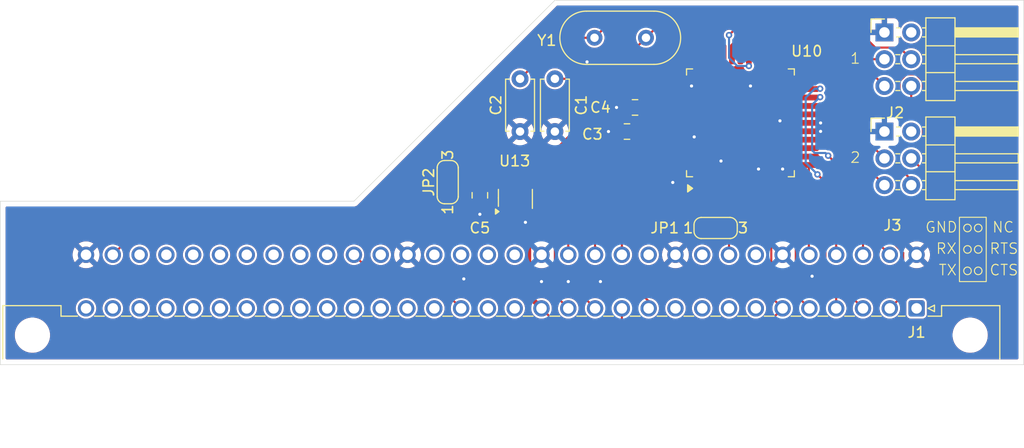
<source format=kicad_pcb>
(kicad_pcb (version 20241229) (generator "pcbnew") (generator_version "9.0")
  (layers (0 "F.Cu" signal) (2 "B.Cu" signal) (13 "F.Paste" user) (15 "B.Paste" user) (5 "F.SilkS" user "F.Silkscreen") (7 "B.SilkS" user "B.Silkscreen") (1 "F.Mask" user) (3 "B.Mask" user) (25 "Edge.Cuts" user))
  (net 0 "")
  (net 2 "GND")
  (net 5 "/~{IO_SEL_BUS}")
  (net 7 "/DB4")
  (net 8 "/DB1")
  (net 9 "VCC")
  (net 10 "/RES")
  (net 11 "/PLD_O8")
  (net 12 "/~{IOEN_01}")
  (net 13 "/DB6")
  (net 16 "/~{IO_WR}")
  (net 17 "/~{IOEN_06}")
  (net 18 "/PLD_O9")
  (net 19 "/AB0")
  (net 20 "/~{IOEN_07}")
  (net 22 "/DB5")
  (net 23 "/DB3")
  (net 24 "/CLOCK")
  (net 26 "/AB2")
  (net 27 "/DB0")
  (net 28 "/~{RES}")
  (net 29 "/~{IO_RD}")
  (net 30 "/~{NMI}")
  (net 31 "/~{IOEN_04}")
  (net 32 "/DB7")
  (net 33 "/AB4")
  (net 36 "/AB3")
  (net 37 "/PLD_I1")
  (net 39 "/PLD_O7")
  (net 41 "/AB1")
  (net 42 "/~{IOEN_02_UART}")
  (net 43 "/SYNC")
  (net 45 "/~{IOEN_00_GPIO0}")
  (net 48 "/~{IOEN_03}")
  (net 49 "/~{IRQ}")
  (net 50 "/~{IOEN_05}")
  (net 51 "/DB2")
  (net 54 "/RDY")
  (net 55 "/UART_IP5")
  (net 56 "/UART_OP2")
  (net 57 "/UART_OP6")
  (net 58 "/UART_OP7")
  (net 59 "/UART_OP3")
  (net 60 "/UART_X2")
  (net 61 "/TX_D2")
  (net 62 "/UART_OP5")
  (net 64 "/UART_IP6")
  (net 65 "/UART_IP3")
  (net 66 "/UART_X1")
  (net 67 "/UART_OP4")
  (net 68 "/RX_D2")
  (net 69 "/RX_D1")
  (net 70 "/TX_D1")
  (net 71 "/UART_IP2")
  (net 72 "/UART_IP4")
  (net 73 "Net-(JP1-C)")
  (net 78 "/RTS_D1")
  (net 79 "/CTS_D2")
  (net 80 "/RTS_D2")
  (net 81 "/CTS_D1")
  (net 83 "Net-(JP2-A)")
  (net 84 "Net-(JP2-C)")
  (footprint "Jumper:SolderJumper-3_P1.3mm_Open_RoundedPad1.0x1.5mm_NumberLabels" (layer "F.Cu") (at 82.55 94.712 90)
    (property "Reference" "JP2" (at 0 -1.8 90) (layer "F.SilkS"))
    (property "Value" "SolderJumper_3_Open" (hide yes))
    (fp_text user "1" (at -2.6 0 90) (layer "F.SilkS"))
    (fp_text user "3" (at 2.6 0 90) (layer "F.SilkS"))
    (pad "1" smd custom (at -1.3 0 90) (size 1 0.5) (layers "F.Cu" "F.Mask") (net 83 "Net-(JP2-A)") (options (clearance outline) (anchor rect)) (primitives (gr_circle (center 0 0.25) (end 0.5 0.25) (width 0) (fill yes)) (gr_circle (center 0 -0.25) (end 0.5 -0.25) (width 0) (fill yes)) (gr_poly (pts (xy 0.55 0.75) (xy 0 0.75) (xy 0 -0.75) (xy 0.55 -0.75)) (width 0) (fill yes))))
    (pad "2" smd rect (at 0 0 90) (size 1 1.5) (layers "F.Cu" "F.Mask") (net 84 "Net-(JP2-C)"))
    (pad "3" smd custom (at 1.3 0 90) (size 1 0.5) (layers "F.Cu" "F.Mask") (net 42 "/~{IOEN_02_UART}") (options (clearance outline) (anchor rect)) (primitives (gr_circle (center 0 0.25) (end 0.5 0.25) (width 0) (fill yes)) (gr_circle (center 0 -0.25) (end 0.5 -0.25) (width 0) (fill yes)) (gr_poly (pts (xy 0 0.75) (xy -0.55 0.75) (xy -0.55 -0.75) (xy 0 -0.75)) (width 0) (fill yes))))
  )
  (footprint "Package_TO_SOT_SMD:SOT-23-5_HandSoldering" (layer "F.Cu") (at 88.966 96.302 90)
    (property "Reference" "U13" (at 3.592 -0.066 180) (layer "F.SilkS"))
    (property "Value" "74AHC1G32" (hide yes))
    (pad "1" smd roundrect (at -1.35 -0.95 90) (size 1.56 0.65) (layers "F.Cu" "F.Mask" "F.Paste") (net 42 "/~{IOEN_02_UART}"))
    (pad "2" smd roundrect (at -1.35 0 90) (size 1.56 0.65) (layers "F.Cu" "F.Mask" "F.Paste") (net 33 "/AB4"))
    (pad "3" smd roundrect (at -1.35 0.95 90) (size 1.56 0.65) (layers "F.Cu" "F.Mask" "F.Paste") (net 2 "GND"))
    (pad "4" smd roundrect (at 1.35 0.95 90) (size 1.56 0.65) (layers "F.Cu" "F.Mask" "F.Paste") (net 83 "Net-(JP2-A)"))
    (pad "5" smd roundrect (at 1.35 -0.95 90) (size 1.56 0.65) (layers "F.Cu" "F.Mask" "F.Paste") (net 9 "VCC"))
  )
  (footprint "Jumper:SolderJumper-3_P1.3mm_Open_RoundedPad1.0x1.5mm_NumberLabels" (layer "F.Cu") (at 107.95 99.06)
    (property "Reference" "JP1" (at -4.826 0 0) (layer "F.SilkS"))
    (property "Value" "SolderJumper_3_Open")
    (fp_text user "3" (at 2.6 0 0) (layer "F.SilkS"))
    (fp_text user "1" (at -2.6 0 0) (layer "F.SilkS"))
    (pad "1" smd custom (at -1.3 0) (size 1 0.5) (layers "F.Cu" "F.Mask") (net 29 "/~{IO_RD}") (options (clearance outline) (anchor rect)) (primitives (gr_circle (center 0 0.25) (end 0.5 0.25) (width 0) (fill yes)) (gr_circle (center 0 -0.25) (end 0.5 -0.25) (width 0) (fill yes)) (gr_poly (pts (xy 0.55 0.75) (xy 0 0.75) (xy 0 -0.75) (xy 0.55 -0.75)) (width 0) (fill yes))))
    (pad "2" smd rect (at 0 0) (size 1 1.5) (layers "F.Cu" "F.Mask") (net 73 "Net-(JP1-C)"))
    (pad "3" smd custom (at 1.3 0) (size 1 0.5) (layers "F.Cu" "F.Mask") (net 39 "/PLD_O7") (options (clearance outline) (anchor rect)) (primitives (gr_circle (center 0 0.25) (end 0.5 0.25) (width 0) (fill yes)) (gr_circle (center 0 -0.25) (end 0.5 -0.25) (width 0) (fill yes)) (gr_poly (pts (xy 0 0.75) (xy -0.55 0.75) (xy -0.55 -0.75) (xy 0 -0.75)) (width 0) (fill yes))))
  )
  (footprint "Connector_PinHeader_2.54mm:PinHeader_2x03_P2.54mm_Horizontal" (layer "F.Cu") (at 123.952 80.518)
    (property "Reference" "J2" (at 1.016 7.62 0) (layer "F.SilkS"))
    (property "Value" "UART1")
    (pad "1" thru_hole rect (at 0 0) (size 1.7 1.7) (drill 1) (layers "*.Cu" "*.Mask") (net 2 "GND"))
    (pad "2" thru_hole circle (at 2.54 0) (size 1.7 1.7) (drill 1) (layers "*.Cu" "*.Mask"))
    (pad "3" thru_hole circle (at 0 2.54) (size 1.7 1.7) (drill 1) (layers "*.Cu" "*.Mask") (net 69 "/RX_D1"))
    (pad "4" thru_hole circle (at 2.54 2.54) (size 1.7 1.7) (drill 1) (layers "*.Cu" "*.Mask") (net 78 "/RTS_D1"))
    (pad "5" thru_hole circle (at 0 5.08) (size 1.7 1.7) (drill 1) (layers "*.Cu" "*.Mask") (net 70 "/TX_D1"))
    (pad "6" thru_hole circle (at 2.54 5.08) (size 1.7 1.7) (drill 1) (layers "*.Cu" "*.Mask") (net 81 "/CTS_D1"))
  )
  (footprint "Connector_PinHeader_2.54mm:PinHeader_2x03_P2.54mm_Horizontal" (layer "F.Cu") (at 123.952 89.916)
    (property "Reference" "J3" (at 0.762 8.89 0) (layer "F.SilkS"))
    (property "Value" "UART2")
    (pad "1" thru_hole rect (at 0 0) (size 1.7 1.7) (drill 1) (layers "*.Cu" "*.Mask") (net 2 "GND"))
    (pad "2" thru_hole circle (at 2.54 0) (size 1.7 1.7) (drill 1) (layers "*.Cu" "*.Mask"))
    (pad "3" thru_hole circle (at 0 2.54) (size 1.7 1.7) (drill 1) (layers "*.Cu" "*.Mask") (net 68 "/RX_D2"))
    (pad "4" thru_hole circle (at 2.54 2.54) (size 1.7 1.7) (drill 1) (layers "*.Cu" "*.Mask") (net 80 "/RTS_D2"))
    (pad "5" thru_hole circle (at 0 5.08) (size 1.7 1.7) (drill 1) (layers "*.Cu" "*.Mask") (net 61 "/TX_D2"))
    (pad "6" thru_hole circle (at 2.54 5.08) (size 1.7 1.7) (drill 1) (layers "*.Cu" "*.Mask") (net 79 "/CTS_D2"))
  )
  (footprint "Capacitor_THT:C_Disc_D4.7mm_W2.5mm_P5.00mm" (layer "F.Cu") (at 89.408 84.916 -90)
    (property "Reference" "C2" (at 2.5 2.286 90) (layer "F.SilkS"))
    (property "Value" "100nF")
    (pad "1" thru_hole circle (at 0 0 270) (size 1.6 1.6) (drill 0.8) (layers "*.Cu" "*.Mask") (net 66 "/UART_X1"))
    (pad "2" thru_hole circle (at 5 0 270) (size 1.6 1.6) (drill 0.8) (layers "*.Cu" "*.Mask") (net 2 "GND"))
  )
  (footprint "Crystal:Crystal_HC49-4H_Vertical" (layer "F.Cu") (at 96.466 81.026)
    (property "Reference" "Y1" (at -4.518 0.254 0) (layer "F.SilkS"))
    (property "Value" "Crystal 3.6864MHz")
    (pad "1" thru_hole circle (at 0 0) (size 1.5 1.5) (drill 0.8) (layers "*.Cu" "*.Mask") (net 66 "/UART_X1"))
    (pad "2" thru_hole circle (at 4.88 0) (size 1.5 1.5) (drill 0.8) (layers "*.Cu" "*.Mask") (net 60 "/UART_X2"))
  )
  (footprint "Capacitor_THT:C_Disc_D4.7mm_W2.5mm_P5.00mm" (layer "F.Cu") (at 92.71 84.916 -90)
    (property "Reference" "C1" (at 2.5 -2.5 90) (layer "F.SilkS"))
    (property "Value" "100nF")
    (pad "1" thru_hole circle (at 0 0 270) (size 1.6 1.6) (drill 0.8) (layers "*.Cu" "*.Mask") (net 60 "/UART_X2"))
    (pad "2" thru_hole circle (at 5 0 270) (size 1.6 1.6) (drill 0.8) (layers "*.Cu" "*.Mask") (net 2 "GND"))
  )
  (footprint "Connector_DIN:DIN41612_C_2x32_Male_Horizontal_THT" (layer "F.Cu") (at 127 106.68 180)
    (property "Reference" "J1" (at 0 -2.27 0) (layer "F.SilkS"))
    (property "Value" "DIN41612_02x32_AC")
    (pad "" np_thru_hole circle (at -5.08 -2.54 180) (size 2.85 2.85) (drill 2.85) (layers "*.Cu" "*.Mask"))
    (pad "" np_thru_hole circle (at 83.82 -2.54 180) (size 2.85 2.85) (drill 2.85) (layers "*.Cu" "*.Mask"))
    (pad "a1" thru_hole roundrect (at 0 0 180) (size 1.55 1.55) (drill 1) (layers "*.Cu" "*.Mask") (roundrect_rratio 0.16129))
    (pad "a2" thru_hole circle (at 2.54 0 180) (size 1.55 1.55) (drill 1) (layers "*.Cu" "*.Mask") (net 13 "/DB6"))
    (pad "a3" thru_hole circle (at 5.08 0 180) (size 1.55 1.55) (drill 1) (layers "*.Cu" "*.Mask") (net 7 "/DB4"))
    (pad "a4" thru_hole circle (at 7.62 0 180) (size 1.55 1.55) (drill 1) (layers "*.Cu" "*.Mask") (net 51 "/DB2"))
    (pad "a5" thru_hole circle (at 10.16 0 180) (size 1.55 1.55) (drill 1) (layers "*.Cu" "*.Mask") (net 27 "/DB0"))
    (pad "a6" thru_hole circle (at 12.7 0 180) (size 1.55 1.55) (drill 1) (layers "*.Cu" "*.Mask") (net 9 "VCC"))
    (pad "a7" thru_hole circle (at 15.24 0 180) (size 1.55 1.55) (drill 1) (layers "*.Cu" "*.Mask") (net 24 "/CLOCK"))
    (pad "a8" thru_hole circle (at 17.78 0 180) (size 1.55 1.55) (drill 1) (layers "*.Cu" "*.Mask") (net 11 "/PLD_O8"))
    (pad "a9" thru_hole circle (at 20.32 0 180) (size 1.55 1.55) (drill 1) (layers "*.Cu" "*.Mask"))
    (pad "a10" thru_hole circle (at 22.86 0 180) (size 1.55 1.55) (drill 1) (layers "*.Cu" "*.Mask"))
    (pad "a11" thru_hole circle (at 25.4 0 180) (size 1.55 1.55) (drill 1) (layers "*.Cu" "*.Mask") (net 16 "/~{IO_WR}"))
    (pad "a12" thru_hole circle (at 27.94 0 180) (size 1.55 1.55) (drill 1) (layers "*.Cu" "*.Mask") (net 33 "/AB4"))
    (pad "a13" thru_hole circle (at 30.48 0 180) (size 1.55 1.55) (drill 1) (layers "*.Cu" "*.Mask") (net 26 "/AB2"))
    (pad "a14" thru_hole circle (at 33.02 0 180) (size 1.55 1.55) (drill 1) (layers "*.Cu" "*.Mask") (net 19 "/AB0"))
    (pad "a15" thru_hole circle (at 35.56 0 180) (size 1.55 1.55) (drill 1) (layers "*.Cu" "*.Mask") (net 9 "VCC"))
    (pad "a16" thru_hole circle (at 38.1 0 180) (size 1.55 1.55) (drill 1) (layers "*.Cu" "*.Mask") (net 17 "/~{IOEN_06}"))
    (pad "a17" thru_hole circle (at 40.64 0 180) (size 1.55 1.55) (drill 1) (layers "*.Cu" "*.Mask") (net 31 "/~{IOEN_04}"))
    (pad "a18" thru_hole circle (at 43.18 0 180) (size 1.55 1.55) (drill 1) (layers "*.Cu" "*.Mask") (net 42 "/~{IOEN_02_UART}"))
    (pad "a19" thru_hole circle (at 45.72 0 180) (size 1.55 1.55) (drill 1) (layers "*.Cu" "*.Mask") (net 45 "/~{IOEN_00_GPIO0}"))
    (pad "a20" thru_hole circle (at 48.26 0 180) (size 1.55 1.55) (drill 1) (layers "*.Cu" "*.Mask"))
    (pad "a21" thru_hole circle (at 50.8 0 180) (size 1.55 1.55) (drill 1) (layers "*.Cu" "*.Mask") (net 30 "/~{NMI}"))
    (pad "a22" thru_hole circle (at 53.34 0 180) (size 1.55 1.55) (drill 1) (layers "*.Cu" "*.Mask") (net 54 "/RDY"))
    (pad "a23" thru_hole circle (at 55.88 0 180) (size 1.55 1.55) (drill 1) (layers "*.Cu" "*.Mask"))
    (pad "a24" thru_hole circle (at 58.42 0 180) (size 1.55 1.55) (drill 1) (layers "*.Cu" "*.Mask"))
    (pad "a25" thru_hole circle (at 60.96 0 180) (size 1.55 1.55) (drill 1) (layers "*.Cu" "*.Mask"))
    (pad "a26" thru_hole circle (at 63.5 0 180) (size 1.55 1.55) (drill 1) (layers "*.Cu" "*.Mask"))
    (pad "a27" thru_hole circle (at 66.04 0 180) (size 1.55 1.55) (drill 1) (layers "*.Cu" "*.Mask"))
    (pad "a28" thru_hole circle (at 68.58 0 180) (size 1.55 1.55) (drill 1) (layers "*.Cu" "*.Mask"))
    (pad "a29" thru_hole circle (at 71.12 0 180) (size 1.55 1.55) (drill 1) (layers "*.Cu" "*.Mask"))
    (pad "a30" thru_hole circle (at 73.66 0 180) (size 1.55 1.55) (drill 1) (layers "*.Cu" "*.Mask"))
    (pad "a31" thru_hole circle (at 76.2 0 180) (size 1.55 1.55) (drill 1) (layers "*.Cu" "*.Mask") (net 28 "/~{RES}"))
    (pad "a32" thru_hole circle (at 78.74 0 180) (size 1.55 1.55) (drill 1) (layers "*.Cu" "*.Mask"))
    (pad "c1" thru_hole circle (at 0 5.08 180) (size 1.55 1.55) (drill 1) (layers "*.Cu" "*.Mask") (net 2 "GND"))
    (pad "c2" thru_hole circle (at 2.54 5.08 180) (size 1.55 1.55) (drill 1) (layers "*.Cu" "*.Mask") (net 32 "/DB7"))
    (pad "c3" thru_hole circle (at 5.08 5.08 180) (size 1.55 1.55) (drill 1) (layers "*.Cu" "*.Mask") (net 22 "/DB5"))
    (pad "c4" thru_hole circle (at 7.62 5.08 180) (size 1.55 1.55) (drill 1) (layers "*.Cu" "*.Mask") (net 23 "/DB3"))
    (pad "c5" thru_hole circle (at 10.16 5.08 180) (size 1.55 1.55) (drill 1) (layers "*.Cu" "*.Mask") (net 8 "/DB1"))
    (pad "c6" thru_hole circle (at 12.7 5.08 180) (size 1.55 1.55) (drill 1) (layers "*.Cu" "*.Mask") (net 2 "GND"))
    (pad "c7" thru_hole circle (at 15.24 5.08 180) (size 1.55 1.55) (drill 1) (layers "*.Cu" "*.Mask") (net 18 "/PLD_O9"))
    (pad "c8" thru_hole circle (at 17.78 5.08 180) (size 1.55 1.55) (drill 1) (layers "*.Cu" "*.Mask") (net 39 "/PLD_O7"))
    (pad "c9" thru_hole circle (at 20.32 5.08 180) (size 1.55 1.55) (drill 1) (layers "*.Cu" "*.Mask") (net 37 "/PLD_I1"))
    (pad "c10" thru_hole circle (at 22.86 5.08 180) (size 1.55 1.55) (drill 1) (layers "*.Cu" "*.Mask") (net 2 "GND"))
    (pad "c11" thru_hole circle (at 25.4 5.08 180) (size 1.55 1.55) (drill 1) (layers "*.Cu" "*.Mask") (net 5 "/~{IO_SEL_BUS}"))
    (pad "c12" thru_hole circle (at 27.94 5.08 180) (size 1.55 1.55) (drill 1) (layers "*.Cu" "*.Mask") (net 29 "/~{IO_RD}"))
    (pad "c13" thru_hole circle (at 30.48 5.08 180) (size 1.55 1.55) (drill 1) (layers "*.Cu" "*.Mask") (net 36 "/AB3"))
    (pad "c14" thru_hole circle (at 33.02 5.08 180) (size 1.55 1.55) (drill 1) (layers "*.Cu" "*.Mask") (net 41 "/AB1"))
    (pad "c15" thru_hole circle (at 35.56 5.08 180) (size 1.55 1.55) (drill 1) (layers "*.Cu" "*.Mask") (net 2 "GND"))
    (pad "c16" thru_hole circle (at 38.1 5.08 180) (size 1.55 1.55) (drill 1) (layers "*.Cu" "*.Mask") (net 20 "/~{IOEN_07}"))
    (pad "c17" thru_hole circle (at 40.64 5.08 180) (size 1.55 1.55) (drill 1) (layers "*.Cu" "*.Mask") (net 50 "/~{IOEN_05}"))
    (pad "c18" thru_hole circle (at 43.18 5.08 180) (size 1.55 1.55) (drill 1) (layers "*.Cu" "*.Mask") (net 48 "/~{IOEN_03}"))
    (pad "c19" thru_hole circle (at 45.72 5.08 180) (size 1.55 1.55) (drill 1) (layers "*.Cu" "*.Mask") (net 12 "/~{IOEN_01}"))
    (pad "c20" thru_hole circle (at 48.26 5.08 180) (size 1.55 1.55) (drill 1) (layers "*.Cu" "*.Mask") (net 2 "GND"))
    (pad "c21" thru_hole circle (at 50.8 5.08 180) (size 1.55 1.55) (drill 1) (layers "*.Cu" "*.Mask") (net 43 "/SYNC"))
    (pad "c22" thru_hole circle (at 53.34 5.08 180) (size 1.55 1.55) (drill 1) (layers "*.Cu" "*.Mask") (net 49 "/~{IRQ}"))
    (pad "c23" thru_hole circle (at 55.88 5.08 180) (size 1.55 1.55) (drill 1) (layers "*.Cu" "*.Mask"))
    (pad "c24" thru_hole circle (at 58.42 5.08 180) (size 1.55 1.55) (drill 1) (layers "*.Cu" "*.Mask"))
    (pad "c25" thru_hole circle (at 60.96 5.08 180) (size 1.55 1.55) (drill 1) (layers "*.Cu" "*.Mask"))
    (pad "c26" thru_hole circle (at 63.5 5.08 180) (size 1.55 1.55) (drill 1) (layers "*.Cu" "*.Mask"))
    (pad "c27" thru_hole circle (at 66.04 5.08 180) (size 1.55 1.55) (drill 1) (layers "*.Cu" "*.Mask"))
    (pad "c28" thru_hole circle (at 68.58 5.08 180) (size 1.55 1.55) (drill 1) (layers "*.Cu" "*.Mask"))
    (pad "c29" thru_hole circle (at 71.12 5.08 180) (size 1.55 1.55) (drill 1) (layers "*.Cu" "*.Mask"))
    (pad "c30" thru_hole circle (at 73.66 5.08 180) (size 1.55 1.55) (drill 1) (layers "*.Cu" "*.Mask"))
    (pad "c31" thru_hole circle (at 76.2 5.08 180) (size 1.55 1.55) (drill 1) (layers "*.Cu" "*.Mask") (net 10 "/RES"))
    (pad "c32" thru_hole circle (at 78.74 5.08 180) (size 1.55 1.55) (drill 1) (layers "*.Cu" "*.Mask") (net 2 "GND"))
  )
  (footprint "Capacitor_SMD:C_0805_2012Metric_Pad1.18x1.45mm_HandSolder" (layer "F.Cu") (at 100.3085 87.63 180)
    (property "Reference" "C4" (at 3.2805 0 0) (layer "F.SilkS"))
    (property "Value" "100nF")
    (pad "1" smd roundrect (at -1.0375 0 180) (size 1.175 1.45) (layers "F.Cu" "F.Mask" "F.Paste") (roundrect_rratio 0.212766) (net 9 "VCC"))
    (pad "2" smd roundrect (at 1.0375 0 180) (size 1.175 1.45) (layers "F.Cu" "F.Mask" "F.Paste") (roundrect_rratio 0.212766) (net 2 "GND"))
  )
  (footprint "Package_QFP:MQFP-44_10x10mm_P0.8mm" (layer "F.Cu") (at 110.3 89.09 90)
    (property "Reference" "U10" (at 6.794 6.286 180) (layer "F.SilkS"))
    (property "Value" "TL28L92FR" (hide yes))
    (pad "1" smd roundrect (at -6.4875 -4 90) (size 1.875 0.55) (layers "F.Cu" "F.Mask" "F.Paste") (net 36 "/AB3"))
    (pad "2" smd roundrect (at -6.4875 -3.2 90) (size 1.875 0.55) (layers "F.Cu" "F.Mask" "F.Paste") (net 81 "/CTS_D1"))
    (pad "3" smd roundrect (at -6.4875 -2.4 90) (size 1.875 0.55) (layers "F.Cu" "F.Mask" "F.Paste") (net 16 "/~{IO_WR}"))
    (pad "4" smd roundrect (at -6.4875 -1.6 90) (size 1.875 0.55) (layers "F.Cu" "F.Mask" "F.Paste") (net 73 "Net-(JP1-C)"))
    (pad "5" smd roundrect (at -6.4875 -0.8 90) (size 1.875 0.55) (layers "F.Cu" "F.Mask" "F.Paste") (net 68 "/RX_D2"))
    (pad "6" smd roundrect (at -6.4875 0 90) (size 1.875 0.55) (layers "F.Cu" "F.Mask" "F.Paste") (net 61 "/TX_D2"))
    (pad "7" smd roundrect (at -6.4875 0.8 90) (size 1.875 0.55) (layers "F.Cu" "F.Mask" "F.Paste") (net 80 "/RTS_D2"))
    (pad "8" smd roundrect (at -6.4875 1.6 90) (size 1.875 0.55) (layers "F.Cu" "F.Mask" "F.Paste") (net 59 "/UART_OP3"))
    (pad "9" smd roundrect (at -6.4875 2.4 90) (size 1.875 0.55) (layers "F.Cu" "F.Mask" "F.Paste") (net 62 "/UART_OP5"))
    (pad "10" smd roundrect (at -6.4875 3.2 90) (size 1.875 0.55) (layers "F.Cu" "F.Mask" "F.Paste") (net 58 "/UART_OP7"))
    (pad "11" smd roundrect (at -6.4875 4 90) (size 1.875 0.55) (layers "F.Cu" "F.Mask" "F.Paste") (net 9 "VCC"))
    (pad "12" smd roundrect (at -4 6.4875 90) (size 0.55 1.875) (layers "F.Cu" "F.Mask" "F.Paste") (net 8 "/DB1"))
    (pad "13" smd roundrect (at -3.2 6.4875 90) (size 0.55 1.875) (layers "F.Cu" "F.Mask" "F.Paste") (net 23 "/DB3"))
    (pad "14" smd roundrect (at -2.4 6.4875 90) (size 0.55 1.875) (layers "F.Cu" "F.Mask" "F.Paste") (net 22 "/DB5"))
    (pad "15" smd roundrect (at -1.6 6.4875 90) (size 0.55 1.875) (layers "F.Cu" "F.Mask" "F.Paste") (net 32 "/DB7"))
    (pad "16" smd roundrect (at -0.8 6.4875 90) (size 0.55 1.875) (layers "F.Cu" "F.Mask" "F.Paste") (net 2 "GND"))
    (pad "17" smd roundrect (at 0 6.4875 90) (size 0.55 1.875) (layers "F.Cu" "F.Mask" "F.Paste") (net 2 "GND"))
    (pad "18" smd roundrect (at 0.8 6.4875 90) (size 0.55 1.875) (layers "F.Cu" "F.Mask" "F.Paste") (net 49 "/~{IRQ}"))
    (pad "19" smd roundrect (at 1.6 6.4875 90) (size 0.55 1.875) (layers "F.Cu" "F.Mask" "F.Paste") (net 13 "/DB6"))
    (pad "20" smd roundrect (at 2.4 6.4875 90) (size 0.55 1.875) (layers "F.Cu" "F.Mask" "F.Paste") (net 7 "/DB4"))
    (pad "21" smd roundrect (at 3.2 6.4875 90) (size 0.55 1.875) (layers "F.Cu" "F.Mask" "F.Paste") (net 51 "/DB2"))
    (pad "22" smd roundrect (at 4 6.4875 90) (size 0.55 1.875) (layers "F.Cu" "F.Mask" "F.Paste") (net 27 "/DB0"))
    (pad "23" smd roundrect (at 6.4875 4 90) (size 1.875 0.55) (layers "F.Cu" "F.Mask" "F.Paste"))
    (pad "24" smd roundrect (at 6.4875 3.2 90) (size 1.875 0.55) (layers "F.Cu" "F.Mask" "F.Paste") (net 57 "/UART_OP6"))
    (pad "25" smd roundrect (at 6.4875 2.4 90) (size 1.875 0.55) (layers "F.Cu" "F.Mask" "F.Paste") (net 67 "/UART_OP4"))
    (pad "26" smd roundrect (at 6.4875 1.6 90) (size 1.875 0.55) (layers "F.Cu" "F.Mask" "F.Paste") (net 56 "/UART_OP2"))
    (pad "27" smd roundrect (at 6.4875 0.8 90) (size 1.875 0.55) (layers "F.Cu" "F.Mask" "F.Paste") (net 78 "/RTS_D1"))
    (pad "28" smd roundrect (at 6.4875 0 90) (size 1.875 0.55) (layers "F.Cu" "F.Mask" "F.Paste") (net 70 "/TX_D1"))
    (pad "29" smd roundrect (at 6.4875 -0.8 90) (size 1.875 0.55) (layers "F.Cu" "F.Mask" "F.Paste") (net 69 "/RX_D1"))
    (pad "30" smd roundrect (at 6.4875 -1.6 90) (size 1.875 0.55) (layers "F.Cu" "F.Mask" "F.Paste") (net 66 "/UART_X1"))
    (pad "31" smd roundrect (at 6.4875 -2.4 90) (size 1.875 0.55) (layers "F.Cu" "F.Mask" "F.Paste") (net 60 "/UART_X2"))
    (pad "32" smd roundrect (at 6.4875 -3.2 90) (size 1.875 0.55) (layers "F.Cu" "F.Mask" "F.Paste") (net 10 "/RES"))
    (pad "33" smd roundrect (at 6.4875 -4 90) (size 1.875 0.55) (layers "F.Cu" "F.Mask" "F.Paste") (net 84 "Net-(JP2-C)"))
    (pad "34" smd roundrect (at 4 -6.4875 90) (size 0.55 1.875) (layers "F.Cu" "F.Mask" "F.Paste") (net 71 "/UART_IP2"))
    (pad "35" smd roundrect (at 3.2 -6.4875 90) (size 0.55 1.875) (layers "F.Cu" "F.Mask" "F.Paste") (net 64 "/UART_IP6"))
    (pad "36" smd roundrect (at 2.4 -6.4875 90) (size 0.55 1.875) (layers "F.Cu" "F.Mask" "F.Paste") (net 55 "/UART_IP5"))
    (pad "37" smd roundrect (at 1.6 -6.4875 90) (size 0.55 1.875) (layers "F.Cu" "F.Mask" "F.Paste") (net 72 "/UART_IP4"))
    (pad "38" smd roundrect (at 0.8 -6.4875 90) (size 0.55 1.875) (layers "F.Cu" "F.Mask" "F.Paste") (net 9 "VCC"))
    (pad "39" smd roundrect (at 0 -6.4875 90) (size 0.55 1.875) (layers "F.Cu" "F.Mask" "F.Paste") (net 9 "VCC"))
    (pad "40" smd roundrect (at -0.8 -6.4875 90) (size 0.55 1.875) (layers "F.Cu" "F.Mask" "F.Paste") (net 19 "/AB0"))
    (pad "41" smd roundrect (at -1.6 -6.4875 90) (size 0.55 1.875) (layers "F.Cu" "F.Mask" "F.Paste") (net 65 "/UART_IP3"))
    (pad "42" smd roundrect (at -2.4 -6.4875 90) (size 0.55 1.875) (layers "F.Cu" "F.Mask" "F.Paste") (net 41 "/AB1"))
    (pad "43" smd roundrect (at -3.2 -6.4875 90) (size 0.55 1.875) (layers "F.Cu" "F.Mask" "F.Paste") (net 79 "/CTS_D2"))
    (pad "44" smd roundrect (at -4 -6.4875 90) (size 0.55 1.875) (layers "F.Cu" "F.Mask" "F.Paste") (net 26 "/AB2"))
  )
  (footprint "Capacitor_SMD:C_0805_2012Metric_Pad1.18x1.45mm_HandSolder" (layer "F.Cu") (at 99.5465 89.916 180)
    (property "Reference" "C3" (at 3.2805 -0.254 0) (layer "F.SilkS"))
    (property "Value" "100nF")
    (pad "1" smd roundrect (at -1.0375 0 180) (size 1.175 1.45) (layers "F.Cu" "F.Mask" "F.Paste") (roundrect_rratio 0.212766) (net 9 "VCC"))
    (pad "2" smd roundrect (at 1.0375 0 180) (size 1.175 1.45) (layers "F.Cu" "F.Mask" "F.Paste") (roundrect_rratio 0.212766) (net 2 "GND"))
  )
  (footprint "Capacitor_SMD:C_0805_2012Metric_Pad1.18x1.45mm_HandSolder" (layer "F.Cu") (at 85.598 95.9605 -90)
    (property "Reference" "C5" (at 3.0995 0 180) (layer "F.SilkS"))
    (property "Value" "100nF")
    (pad "1" smd roundrect (at -1.0375 0 270) (size 1.175 1.45) (layers "F.Cu" "F.Mask" "F.Paste") (roundrect_rratio 0.212766) (net 9 "VCC"))
    (pad "2" smd roundrect (at 1.0375 0 270) (size 1.175 1.45) (layers "F.Cu" "F.Mask" "F.Paste") (roundrect_rratio 0.212766) (net 2 "GND"))
  )
  (gr_circle (center 132.842 101.092) (end 133.096 100.838) (stroke (width 0.1)) (fill no) (layer "F.SilkS"))
  (gr_circle (center 132.842 99.06) (end 133.096 98.806) (stroke (width 0.1)) (fill no) (layer "F.SilkS"))
  (gr_circle (center 131.826 99.06) (end 132.08 98.806) (stroke (width 0.1)) (fill no) (layer "F.SilkS"))
  (gr_circle (center 132.842 103.124) (end 133.096 102.87) (stroke (width 0.1)) (fill no) (layer "F.SilkS"))
  (gr_circle (center 131.826 103.124) (end 132.08 102.87) (stroke (width 0.1)) (fill no) (layer "F.SilkS"))
  (gr_rect (start 131.064 98.044) (end 133.604 104.14) (stroke (width 0.1)) (fill no) (layer "F.SilkS"))
  (gr_circle (center 131.826 101.092) (end 132.08 100.838) (stroke (width 0.1)) (fill no) (layer "F.SilkS"))
  (gr_line (start 137.16 77.47) (end 137.16 112.014) (stroke (width 0.05)) (layer "Edge.Cuts"))
  (gr_line (start 40.132 96.52) (end 73.66 96.52) (stroke (width 0.05)) (layer "Edge.Cuts"))
  (gr_line (start 92.71 77.47) (end 137.16 77.47) (stroke (width 0.05)) (layer "Edge.Cuts"))
  (gr_line (start 137.16 112.014) (end 40.132 112.014) (stroke (width 0.05)) (layer "Edge.Cuts"))
  (gr_line (start 40.132 112.014) (end 40.132 96.52) (stroke (width 0.05)) (layer "Edge.Cuts"))
  (gr_line (start 73.66 96.52) (end 92.71 77.47) (stroke (width 0.05)) (layer "Edge.Cuts"))
  (gr_text "2" (at 120.65 92.964 0) (layer "F.SilkS") (effects (font (size 1 1) (thickness 0.1)) (justify left bottom)))
  (gr_text "TX" (at 129.032 103.632 0) (layer "F.SilkS") (effects (font (size 1 1) (thickness 0.1)) (justify left bottom)))
  (gr_text "RX" (at 128.778 101.6 0) (layer "F.SilkS") (effects (font (size 1 1) (thickness 0.1)) (justify left bottom)))
  (gr_text "CTS" (at 133.858 103.632 0) (layer "F.SilkS") (effects (font (size 1 1) (thickness 0.1)) (justify left bottom)))
  (gr_text "NC" (at 134.112 99.568 0) (layer "F.SilkS") (effects (font (size 1 1) (thickness 0.1)) (justify left bottom)))
  (gr_text "RTS" (at 133.858 101.6 0) (layer "F.SilkS") (effects (font (size 1 1) (thickness 0.1)) (justify left bottom)))
  (gr_text "GND" (at 127.762 99.568 0) (layer "F.SilkS") (effects (font (size 1 1) (thickness 0.1)) (justify left bottom)))
  (gr_text "1" (at 120.65 83.566 0) (layer "F.SilkS") (effects (font (size 1 1) (thickness 0.1)) (justify left bottom)))
  (segment (start 116.7875 89.09) (end 117.89 89.09) (width 0.5) (layer "F.Cu") (net 2))
  (segment (start 117.89 89.09) (end 117.9 89.1) (width 0.5) (layer "F.Cu") (net 2))
  (segment (start 85.598 96.998) (end 85.598 97.76) (width 0.5) (layer "F.Cu") (net 2))
  (segment (start 89.916 97.652) (end 89.916 98.522) (width 0.5) (layer "F.Cu") (net 2))
  (segment (start 116.7875 89.89) (end 117.89 89.89) (width 0.5) (layer "F.Cu") (net 2))
  (segment (start 117.89 89.89) (end 117.9 89.9) (width 0.5) (layer "F.Cu") (net 2))
  (segment (start 99.271 87.63) (end 98.552 87.63) (width 0.2) (layer "F.Cu") (net 2))
  (segment (start 98.509 89.916) (end 97.79 89.916) (width 0.2) (layer "F.Cu") (net 2))
  (via (at 103.886 94.742) (size 0.6) (drill 0.3) (layers "F.Cu" "B.Cu") (net 2))
  (via (at 114.3 93.472) (size 0.6) (drill 0.3) (layers "F.Cu" "B.Cu") (net 2))
  (via (at 91.44 104.14) (size 0.6) (drill 0.3) (layers "F.Cu" "B.Cu") (net 2))
  (via (at 105.918 90.424) (size 0.6) (drill 0.3) (layers "F.Cu" "B.Cu") (net 2))
  (via (at 98.552 87.63) (size 0.6) (drill 0.3) (layers "F.Cu" "B.Cu") (net 2))
  (via (at 84.074 103.886) (size 0.6) (drill 0.3) (layers "F.Cu" "B.Cu") (net 2))
  (via (at 105.664 85.598) (size 0.6) (drill 0.3) (layers "F.Cu" "B.Cu") (net 2))
  (via (at 89.916 98.522) (size 0.6) (drill 0.3) (layers "F.Cu" "B.Cu") (net 2))
  (via (at 93.98 104.14) (size 0.6) (drill 0.3) (layers "F.Cu" "B.Cu") (net 2))
  (via (at 108.458 92.71) (size 0.6) (drill 0.3) (layers "F.Cu" "B.Cu") (net 2))
  (via (at 97.79 89.916) (size 0.6) (drill 0.3) (layers "F.Cu" "B.Cu") (net 2))
  (via (at 97.028 104.14) (size 0.6) (drill 0.3) (layers "F.Cu" "B.Cu") (net 2))
  (via (at 111.252 85.598) (size 0.6) (drill 0.3) (layers "F.Cu" "B.Cu") (net 2))
  (via (at 117.9 89.9) (size 0.6) (drill 0.3) (layers "F.Cu" "B.Cu") (net 2))
  (via (at 112.014 93.472) (size 0.6) (drill 0.3) (layers "F.Cu" "B.Cu") (net 2))
  (via (at 85.598 97.76) (size 0.6) (drill 0.3) (layers "F.Cu" "B.Cu") (net 2))
  (via (at 117.9 89.1) (size 0.6) (drill 0.3) (layers "F.Cu" "B.Cu") (net 2))
  (via (at 95.758 83.312) (size 0.6) (drill 0.3) (layers "F.Cu" "B.Cu") (net 2))
  (via (at 117.094 103.632) (size 0.6) (drill 0.3) (layers "F.Cu" "B.Cu") (net 2))
  (via (at 114.046 88.9) (size 0.6) (drill 0.3) (layers "F.Cu" "B.Cu") (net 2))
  (segment (start 119.888 93.472) (end 118.618 92.202) (width 0.2) (layer "F.Cu") (net 7))
  (segment (start 121.92 106.68) (end 120.65 105.41) (width 0.2) (layer "F.Cu") (net 7))
  (segment (start 120.65 105.41) (end 120.65 100.620508) (width 0.2) (layer "F.Cu") (net 7))
  (segment (start 117.856 86.652003) (end 116.825497 86.652003) (width 0.2) (layer "F.Cu") (net 7))
  (segment (start 120.65 100.620508) (end 119.888 99.858508) (width 0.2) (layer "F.Cu") (net 7))
  (segment (start 119.888 99.858508) (end 119.888 93.472) (width 0.2) (layer "F.Cu") (net 7))
  (segment (start 116.825497 86.652003) (end 116.7875 86.69) (width 0.2) (layer "F.Cu") (net 7))
  (via (at 118.618 92.202) (size 0.6) (drill 0.3) (layers "F.Cu" "B.Cu") (net 7))
  (via (at 117.856 86.652003) (size 0.6) (drill 0.3) (layers "F.Cu" "B.Cu") (net 7))
  (segment (start 117.094 91.694) (end 117.348 91.948) (width 0.2) (layer "B.Cu") (net 7))
  (segment (start 117.817997 86.652003) (end 117.094 87.376) (width 0.2) (layer "B.Cu") (net 7))
  (segment (start 117.348 91.948) (end 118.364 91.948) (width 0.2) (layer "B.Cu") (net 7))
  (segment (start 118.364 91.948) (end 118.618 92.202) (width 0.2) (layer "B.Cu") (net 7))
  (segment (start 117.856 86.652003) (end 117.817997 86.652003) (width 0.2) (layer "B.Cu") (net 7))
  (segment (start 117.094 87.376) (end 117.094 91.694) (width 0.2) (layer "B.Cu") (net 7))
  (segment (start 116.84 101.346) (end 116.7875 101.2935) (width 0.2) (layer "F.Cu") (net 8))
  (segment (start 116.84 101.6) (end 116.84 101.346) (width 0.2) (layer "F.Cu") (net 8))
  (segment (start 116.7875 101.2935) (end 116.7875 93.09) (width 0.2) (layer "F.Cu") (net 8))
  (segment (start 110.49 100.33) (end 110.49 102.87) (width 0.2) (layer "F.Cu") (net 9))
  (segment (start 112.776 108.204) (end 101.092 108.204) (width 0.2) (layer "F.Cu") (net 9))
  (segment (start 90.214 100.286) (end 100.584 89.916) (width 0.5) (layer "F.Cu") (net 9))
  (segment (start 100.584 88.392) (end 101.346 87.63) (width 0.5) (layer "F.Cu") (net 9))
  (segment (start 100.584 89.916) (end 101.41 89.09) (width 0.5) (layer "F.Cu") (net 9))
  (segment (start 88.016 94.952) (end 89.33 96.266) (width 0.5) (layer "F.Cu") (net 9))
  (segment (start 99.5089 105.156) (end 98.552 105.156) (width 0.2) (layer "F.Cu") (net 9))
  (segment (start 85.598 94.923) (end 87.987 94.923) (width 0.5) (layer "F.Cu") (net 9))
  (segment (start 101.092 108.204) (end 100.33 107.442) (width 0.2) (layer "F.Cu") (net 9))
  (segment (start 101.346 87.63) (end 102.006 88.29) (width 0.5) (layer "F.Cu") (net 9))
  (segment (start 100.584 89.916) (end 100.584 88.392) (width 0.5) (layer "F.Cu") (net 9))
  (segment (start 97.79 107.442) (end 97.028 108.204) (width 0.2) (layer "F.Cu") (net 9))
  (segment (start 110.49 102.87) (end 114.3 106.68) (width 0.2) (layer "F.Cu") (net 9))
  (segment (start 90.214 105.454) (end 90.214 100.286) (width 0.5) (layer "F.Cu") (net 9))
  (segment (start 100.33 107.442) (end 100.33 105.9771) (width 0.2) (layer "F.Cu") (net 9))
  (segment (start 89.33 96.266) (end 91.948 96.266) (width 0.5) (layer "F.Cu") (net 9))
  (segment (start 114.3 106.68) (end 112.776 108.204) (width 0.2) (layer "F.Cu") (net 9))
  (segment (start 91.44 106.68) (end 90.214 105.454) (width 0.5) (layer "F.Cu") (net 9))
  (segment (start 100.33 105.9771) (end 99.5089 105.156) (width 0.2) (layer "F.Cu") (net 9))
  (segment (start 97.028 108.204) (end 92.964 108.204) (width 0.2) (layer "F.Cu") (net 9))
  (segment (start 103.8765 89.154) (end 103.8125 89.09) (width 0.2) (layer "F.Cu") (net 9))
  (segment (start 114.3 96.52) (end 110.49 100.33) (width 0.2) (layer "F.Cu") (net 9))
  (segment (start 102.006 88.29) (end 103.8125 88.29) (width 0.5) (layer "F.Cu") (net 9))
  (segment (start 101.41 89.09) (end 103.8125 89.09) (width 0.5) (layer "F.Cu") (net 9))
  (segment (start 98.552 105.156) (end 97.79 105.918) (width 0.2) (layer "F.Cu") (net 9))
  (segment (start 93.091 97.409) (end 90.214 100.286) (width 0.5) (layer "F.Cu") (net 9))
  (segment (start 97.79 105.918) (end 97.79 107.442) (width 0.2) (layer "F.Cu") (net 9))
  (segment (start 87.987 94.923) (end 88.016 94.952) (width 0.5) (layer "F.Cu") (net 9))
  (segment (start 91.948 96.266) (end 93.091 97.409) (width 0.5) (layer "F.Cu") (net 9))
  (segment (start 114.3 95.5775) (end 114.3 96.52) (width 0.2) (layer "F.Cu") (net 9))
  (segment (start 92.964 108.204) (end 91.44 106.68) (width 0.2) (layer "F.Cu") (net 9))
  (segment (start 107.1 81.911768) (end 107.1 82.6025) (width 0.2) (layer "F.Cu") (net 10))
  (segment (start 50.8 101.6) (end 53.34 99.06) (width 0.2) (layer "F.Cu") (net 10))
  (segment (start 92.71 91.694) (end 103.124 81.28) (width 0.2) (layer "F.Cu") (net 10))
  (segment (start 53.34 99.06) (end 73.914 99.06) (width 0.2) (layer "F.Cu") (net 10))
  (segment (start 103.124 81.28) (end 106.468232 81.28) (width 0.2) (layer "F.Cu") (net 10))
  (segment (start 106.468232 81.28) (end 107.1 81.911768) (width 0.2) (layer "F.Cu") (net 10))
  (segment (start 81.28 91.694) (end 92.71 91.694) (width 0.2) (layer "F.Cu") (net 10))
  (segment (start 73.914 99.06) (end 81.28 91.694) (width 0.2) (layer "F.Cu") (net 10))
  (segment (start 125.73 105.41) (end 125.73 101.419016) (width 0.2) (layer "F.Cu") (net 13))
  (segment (start 124.46 106.68) (end 125.73 105.41) (width 0.2) (layer "F.Cu") (net 13))
  (segment (start 121.255 91.020001) (end 121.255 96.944016) (width 0.2) (layer "F.Cu") (net 13))
  (segment (start 125.73 101.419016) (end 121.255 96.944016) (width 0.2) (layer "F.Cu") (net 13))
  (segment (start 117.724999 87.49) (end 121.255 91.020001) (width 0.2) (layer "F.Cu") (net 13))
  (segment (start 116.7875 87.49) (end 117.724999 87.49) (width 0.2) (layer "F.Cu") (net 13))
  (segment (start 97.79 102.187332) (end 97.79 100.076) (width 0.2) (layer "F.Cu") (net 16))
  (segment (start 107.9 96.514999) (end 107.9 95.5775) (width 0.2) (layer "F.Cu") (net 16))
  (segment (start 101.6 105.997332) (end 97.79 102.187332) (width 0.2) (layer "F.Cu") (net 16))
  (segment (start 101.6 106.68) (end 101.6 105.997332) (width 0.2) (layer "F.Cu") (net 16))
  (segment (start 97.79 100.076) (end 100.691 97.175) (width 0.2) (layer "F.Cu") (net 16))
  (segment (start 100.691 97.175) (end 107.239999 97.175) (width 0.2) (layer "F.Cu") (net 16))
  (segment (start 107.239999 97.175) (end 107.9 96.514999) (width 0.2) (layer "F.Cu") (net 16))
  (segment (start 92.71 100.055001) (end 102.875001 89.89) (width 0.2) (layer "F.Cu") (net 19))
  (segment (start 102.875001 89.89) (end 103.8125 89.89) (width 0.2) (layer "F.Cu") (net 19))
  (segment (start 93.98 106.68) (end 92.71 105.41) (width 0.2) (layer "F.Cu") (net 19))
  (segment (start 92.71 105.41) (end 92.71 100.055001) (width 0.2) (layer "F.Cu") (net 19))
  (segment (start 121.92 101.6) (end 121.92 100.457) (width 0.2) (layer "F.Cu") (net 22))
  (segment (start 120.396 98.933) (end 120.396 92.71) (width 0.2) (layer "F.Cu") (net 22))
  (segment (start 120.396 92.71) (end 119.176 91.49) (width 0.2) (layer "F.Cu") (net 22))
  (segment (start 119.176 91.49) (end 116.7875 91.49) (width 0.2) (layer "F.Cu") (net 22))
  (segment (start 121.92 100.457) (end 120.396 98.933) (width 0.2) (layer "F.Cu") (net 22))
  (segment (start 119.38 93.945001) (end 117.724999 92.29) (width 0.2) (layer "F.Cu") (net 23))
  (segment (start 117.724999 92.29) (end 116.7875 92.29) (width 0.2) (layer "F.Cu") (net 23))
  (segment (start 119.38 101.6) (end 119.38 93.945001) (width 0.2) (layer "F.Cu") (net 23))
  (segment (start 96.52 106.68) (end 95.25 105.41) (width 0.2) (layer "F.Cu") (net 26))
  (segment (start 95.25 100.076) (end 102.236 93.09) (width 0.2) (layer "F.Cu") (net 26))
  (segment (start 102.236 93.09) (end 103.8125 93.09) (width 0.2) (layer "F.Cu") (net 26))
  (segment (start 95.25 105.41) (end 95.25 100.076) (width 0.2) (layer "F.Cu") (net 26))
  (segment (start 116.84 106.68) (end 113.224 103.064) (width 0.2) (layer "F.Cu") (net 27))
  (segment (start 115.062 98.552) (end 115.062 85.821156) (width 0.2) (layer "F.Cu") (net 27))
  (segment (start 115.062 85.821156) (end 115.793156 85.09) (width 0.2) (layer "F.Cu") (net 27))
  (segment (start 113.224 100.39) (end 115.062 98.552) (width 0.2) (layer "F.Cu") (net 27))
  (segment (start 113.224 103.064) (end 113.224 100.39) (width 0.2) (layer "F.Cu") (net 27))
  (segment (start 115.793156 85.09) (end 116.7875 85.09) (width 0.2) (layer "F.Cu") (net 27))
  (segment (start 100.076 99.06) (end 99.06 100.076) (width 0.2) (layer "F.Cu") (net 29))
  (segment (start 106.65 99.06) (end 100.076 99.06) (width 0.2) (layer "F.Cu") (net 29))
  (segment (start 99.06 100.076) (end 99.06 101.6) (width 0.2) (layer "F.Cu") (net 29))
  (segment (start 120.904 98.044) (end 120.904 92.202) (width 0.2) (layer "F.Cu") (net 32))
  (segment (start 120.904 92.202) (end 119.392 90.69) (width 0.2) (layer "F.Cu") (net 32))
  (segment (start 119.392 90.69) (end 116.7875 90.69) (width 0.2) (layer "F.Cu") (net 32))
  (segment (start 124.46 101.6) (end 120.904 98.044) (width 0.2) (layer "F.Cu") (net 32))
  (segment (start 85.09 107.696) (end 86.36 108.966) (width 0.2) (layer "F.Cu") (net 33))
  (segment (start 88.966 97.652) (end 88.966 98.431999) (width 0.2) (layer "F.Cu") (net 33))
  (segment (start 87.321999 100.076) (end 85.598 100.076) (width 0.2) (layer "F.Cu") (net 33))
  (segment (start 99.06 107.696) (end 99.06 106.68) (width 0.2) (layer "F.Cu") (net 33))
  (segment (start 86.36 108.966) (end 97.79 108.966) (width 0.2) (layer "F.Cu") (net 33))
  (segment (start 85.598 100.076) (end 85.09 100.584) (width 0.2) (layer "F.Cu") (net 33))
  (segment (start 97.79 108.966) (end 99.06 107.696) (width 0.2) (layer "F.Cu") (net 33))
  (segment (start 85.09 100.584) (end 85.09 107.696) (width 0.2) (layer "F.Cu") (net 33))
  (segment (start 88.966 98.431999) (end 87.321999 100.076) (width 0.2) (layer "F.Cu") (net 33))
  (segment (start 96.52 101.6) (end 96.52 100.076) (width 0.2) (layer "F.Cu") (net 36))
  (segment (start 96.52 100.076) (end 100.082954 96.513046) (width 0.2) (layer "F.Cu") (net 36))
  (segment (start 100.082954 96.513046) (end 105.364454 96.513046) (width 0.2) (layer "F.Cu") (net 36))
  (segment (start 105.364454 96.513046) (end 106.3 95.5775) (width 0.2) (layer "F.Cu") (net 36))
  (segment (start 109.22 101.6) (end 109.22 99.09) (width 0.2) (layer "F.Cu") (net 39))
  (segment (start 109.22 99.09) (end 109.25 99.06) (width 0.2) (layer "F.Cu") (net 39))
  (segment (start 93.98 101.6) (end 93.98 100.076) (width 0.2) (layer "F.Cu") (net 41))
  (segment (start 93.98 100.076) (end 102.566 91.49) (width 0.2) (layer "F.Cu") (net 41))
  (segment (start 102.566 91.49) (end 103.8125 91.49) (width 0.2) (layer "F.Cu") (net 41))
  (segment (start 83.312 99.314) (end 86.354 99.314) (width 0.2) (layer "F.Cu") (net 42))
  (segment (start 83.82 106.68) (end 82.55 105.41) (width 0.2) (layer "F.Cu") (net 42))
  (segment (start 81.795 93.412) (end 82.55 93.412) (width 0.2) (layer "F.Cu") (net 42))
  (segment (start 81.534 99.06) (end 81.534 96.335146) (width 0.2) (layer "F.Cu") (net 42))
  (segment (start 82.55 100.076) (end 81.534 99.06) (width 0.2) (layer "F.Cu") (net 42))
  (segment (start 81.544 96.325146) (end 81.544 93.663) (width 0.2) (layer "F.Cu") (net 42))
  (segment (start 86.354 99.314) (end 88.016 97.652) (width 0.2) (layer "F.Cu") (net 42))
  (segment (start 82.55 100.076) (end 83.312 99.314) (width 0.2) (layer "F.Cu") (net 42))
  (segment (start 82.55 105.41) (end 82.55 100.076) (width 0.2) (layer "F.Cu") (net 42))
  (segment (start 81.534 96.335146) (end 81.544 96.325146) (width 0.2) (layer "F.Cu") (net 42))
  (segment (start 81.544 93.663) (end 81.795 93.412) (width 0.2) (layer "F.Cu") (net 42))
  (segment (start 115.549 88.767056) (end 116.026056 88.29) (width 0.2) (layer "F.Cu") (net 49))
  (segment (start 116.026056 88.29) (end 116.7875 88.29) (width 0.2) (layer "F.Cu") (net 49))
  (segment (start 74.93 102.87) (end 74.93 107.95) (width 0.2) (layer "F.Cu") (net 49))
  (segment (start 116.332 109.474) (end 118.11 107.696) (width 0.2) (layer "F.Cu") (net 49))
  (segment (start 115.549 103.103) (end 115.549 88.767056) (width 0.2) (layer "F.Cu") (net 49))
  (segment (start 76.454 109.474) (end 116.332 109.474) (width 0.2) (layer "F.Cu") (net 49))
  (segment (start 118.11 107.696) (end 118.11 105.664) (width 0.2) (layer "F.Cu") (net 49))
  (segment (start 118.11 105.664) (end 115.549 103.103) (width 0.2) (layer "F.Cu") (net 49))
  (segment (start 74.93 107.95) (end 76.454 109.474) (width 0.2) (layer "F.Cu") (net 49))
  (segment (start 73.66 101.6) (end 74.93 102.87) (width 0.2) (layer "F.Cu") (net 49))
  (segment (start 119.38 106.68) (end 119.38 105.42) (width 0.2) (layer "F.Cu") (net 51))
  (segment (start 118.354 94.732) (end 117.602 93.98) (width 0.2) (layer "F.Cu") (net 51))
  (segment (start 118.354 104.394) (end 118.354 94.732) (width 0.2) (layer "F.Cu") (net 51))
  (segment (start 116.8255 85.852) (end 116.7875 85.89) (width 0.2) (layer "F.Cu") (net 51))
  (segment (start 119.38 105.42) (end 118.354 104.394) (width 0.2) (layer "F.Cu") (net 51))
  (segment (start 117.856 85.852) (end 116.8255 85.852) (width 0.2) (layer "F.Cu") (net 51))
  (via (at 117.856 85.852) (size 0.6) (drill 0.3) (layers "F.Cu" "B.Cu") (net 51))
  (via (at 117.602 93.98) (size 0.6) (drill 0.3) (layers "F.Cu" "B.Cu") (net 51))
  (segment (start 116.489 92.867) (end 117.602 93.98) (width 0.2) (layer "B.Cu") (net 51))
  (segment (start 117.856 85.852) (end 117.348 85.852) (width 0.2) (layer "B.Cu") (net 51))
  (segment (start 117.348 85.852) (end 116.489 86.711) (width 0.2) (layer "B.Cu") (net 51))
  (segment (start 116.489 86.711) (end 116.489 92.867) (width 0.2) (layer "B.Cu") (net 51))
  (segment (start 107.9 81.665001) (end 107.9 82.6025) (width 0.2) (layer "F.Cu") (net 60))
  (segment (start 101.346 81.026) (end 102.096 80.276) (width 0.2) (layer "F.Cu") (net 60))
  (segment (start 106.510999 80.276) (end 107.9 81.665001) (width 0.2) (layer "F.Cu") (net 60))
  (segment (start 92.71 84.916) (end 97.456 84.916) (width 0.2) (layer "F.Cu") (net 60))
  (segment (start 97.456 84.916) (end 101.346 81.026) (width 0.2) (layer "F.Cu") (net 60))
  (segment (start 102.096 80.276) (end 106.510999 80.276) (width 0.2) (layer "F.Cu") (net 60))
  (segment (start 122.017 93.061) (end 122.017 88.332379) (width 0.2) (layer "F.Cu") (net 61))
  (segment (start 110.3 95.5775) (end 110.3 89.590379) (width 0.2) (layer "F.Cu") (net 61))
  (segment (start 117.758621 84.074) (end 115.816379 84.074) (width 0.2) (layer "F.Cu") (net 61))
  (segment (start 123.952 94.996) (end 122.017 93.061) (width 0.2) (layer "F.Cu") (net 61))
  (segment (start 122.017 88.332379) (end 117.758621 84.074) (width 0.2) (layer "F.Cu") (net 61))
  (segment (start 110.3 89.590379) (end 115.816379 84.074) (width 0.2) (layer "F.Cu") (net 61))
  (segment (start 93.298 81.026) (end 96.466 81.026) (width 0.2) (layer "F.Cu") (net 66))
  (segment (start 89.408 84.916) (end 93.298 81.026) (width 0.2) (layer "F.Cu") (net 66))
  (segment (start 108.7 81.665001) (end 108.7 82.6025) (width 0.2) (layer "F.Cu") (net 66))
  (segment (start 106.959999 79.925) (end 108.7 81.665001) (width 0.2) (layer "F.Cu") (net 66))
  (segment (start 97.567 79.925) (end 106.959999 79.925) (width 0.2) (layer "F.Cu") (net 66))
  (segment (start 96.466 81.026) (end 97.567 79.925) (width 0.2) (layer "F.Cu") (net 66))
  (segment (start 109.5 89.89) (end 115.824 83.566) (width 0.2) (layer "F.Cu") (net 68))
  (segment (start 109.5 95.5775) (end 109.5 89.89) (width 0.2) (layer "F.Cu") (net 68))
  (segment (start 117.747009 83.566) (end 115.824 83.566) (width 0.2) (layer "F.Cu") (net 68))
  (segment (start 123.952 92.456) (end 122.368 90.872) (width 0.2) (layer "F.Cu") (net 68))
  (segment (start 122.368 88.186991) (end 117.747009 83.566) (width 0.2) (layer "F.Cu") (net 68))
  (segment (start 122.368 90.872) (end 122.368 88.186991) (width 0.2) (layer "F.Cu") (net 68))
  (segment (start 110.102001 81.063) (end 120.65 81.063) (width 0.2) (layer "F.Cu") (net 69))
  (segment (start 122.645 83.058) (end 123.952 83.058) (width 0.2) (layer "F.Cu") (net 69))
  (segment (start 120.65 81.063) (end 122.645 83.058) (width 0.2) (layer "F.Cu") (net 69))
  (segment (start 109.5 82.6025) (end 109.5 81.665001) (width 0.2) (layer "F.Cu") (net 69))
  (segment (start 109.5 81.665001) (end 110.102001 81.063) (width 0.2) (layer "F.Cu") (net 69))
  (segment (start 110.3 81.665001) (end 110.3 82.6025) (width 0.2) (layer "F.Cu") (net 70))
  (segment (start 110.551001 81.414) (end 110.3 81.665001) (width 0.2) (layer "F.Cu") (net 70))
  (segment (start 123.952 85.598) (end 119.768 81.414) (width 0.2) (layer "F.Cu") (net 70))
  (segment (start 119.768 81.414) (end 110.551001 81.414) (width 0.2) (layer "F.Cu") (net 70))
  (segment (start 107.95 99.06) (end 107.95 98.11) (width 0.2) (layer "F.Cu") (net 73))
  (segment (start 108.7 97.36) (end 108.7 95.5775) (width 0.2) (layer "F.Cu") (net 73))
  (segment (start 107.95 98.11) (end 108.7 97.36) (width 0.2) (layer "F.Cu") (net 73))
  (segment (start 125.391 81.957) (end 123.089 81.957) (width 0.2) (layer "F.Cu") (net 78))
  (segment (start 123.089 81.957) (end 121.142 80.01) (width 0.2) (layer "F.Cu") (net 78))
  (segment (start 121.142 80.01) (end 109.982 80.01) (width 0.2) (layer "F.Cu") (net 78))
  (segment (start 109.982 80.01) (end 109.22 80.772) (width 0.2) (layer "F.Cu") (net 78))
  (segment (start 126.492 83.058) (end 125.391 81.957) (width 0.2) (layer "F.Cu") (net 78))
  (segment (start 111.125 82.6275) (end 111.1 82.6025) (width 0.2) (layer "F.Cu") (net 78))
  (via (at 111.1 83.7) (size 0.6) (drill 0.3) (layers "F.Cu" "B.Cu") (net 78))
  (via (at 109.22 80.772) (size 0.6) (drill 0.3) (layers "F.Cu" "B.Cu") (net 78))
  (segment (start 110 83.7) (end 109.22 82.92) (width 0.2) (layer "B.Cu") (net 78))
  (segment (start 109.22 82.92) (end 109.22 80.772) (width 0.2) (layer "B.Cu") (net 78))
  (segment (start 111.1 83.7) (end 110 83.7) (width 0.2) (layer "B.Cu") (net 78))
  (segment (start 125.391 85.14195) (end 126.03595 84.497) (width 0.2) (layer "F.Cu") (net 79))
  (segment (start 125.391 85.937) (end 125.391 85.14195) (width 0.2) (layer "F.Cu") (net 79))
  (segment (start 125.97 91.2) (end 125.222 91.948) (width 0.2) (layer "F.Cu") (net 79))
  (segment (start 118.17 82.864) (end 122.936 87.63) (width 0.2) (layer "F.Cu") (net 79))
  (segment (start 126.986 91.2) (end 125.97 91.2) (width 0.2) (layer "F.Cu") (net 79))
  (segment (start 125.222 91.948) (end 125.222 93.218) (width 0.2) (layer "F.Cu") (net 79))
  (segment (start 126.492 94.488) (end 126.492 94.996) (width 0.2) (layer "F.Cu") (net 79))
  (segment (start 126.94805 84.497) (end 127.593 85.14195) (width 0.2) (layer "F.Cu") (net 79))
  (segment (start 123.698 87.63) (end 125.391 85.937) (width 0.2) (layer "F.Cu") (net 79))
  (segment (start 125.222 93.218) (end 126.492 94.488) (width 0.2) (layer "F.Cu") (net 79))
  (segment (start 122.936 87.63) (end 123.698 87.63) (width 0.2) (layer "F.Cu") (net 79))
  (segment (start 103.8125 92.29) (end 106.103232 92.29) (width 0.2) (layer "F.Cu") (net 79))
  (segment (start 127.593 90.593) (end 126.986 91.2) (width 0.2) (layer "F.Cu") (net 79))
  (segment (start 126.03595 84.497) (end 126.94805 84.497) (width 0.2) (layer "F.Cu") (net 79))
  (segment (start 115.529232 82.864) (end 118.17 82.864) (width 0.2) (layer "F.Cu") (net 79))
  (segment (start 127.593 85.14195) (end 127.593 90.593) (width 0.2) (layer "F.Cu") (net 79))
  (segment (start 106.103232 92.29) (end 115.529232 82.864) (width 0.2) (layer "F.Cu") (net 79))
  (segment (start 115.822768 84.564) (end 117.752232 84.564) (width 0.2) (layer "F.Cu") (net 80))
  (segment (start 122.936 97.282) (end 127 97.282) (width 0.2) (layer "F.Cu") (net 80))
  (segment (start 127 97.282) (end 127.762 96.52) (width 0.2) (layer "F.Cu") (net 80))
  (segment (start 121.666 88.477768) (end 121.666 96.012) (width 0.2) (layer "F.Cu") (net 80))
  (segment (start 111.1 89.286768) (end 115.822768 84.564) (width 0.2) (layer "F.Cu") (net 80))
  (segment (start 127.762 96.52) (end 127.762 93.726) (width 0.2) (layer "F.Cu") (net 80))
  (segment (start 127.762 93.726) (end 126.492 92.456) (width 0.2) (layer "F.Cu") (net 80))
  (segment (start 111.1 95.5775) (end 111.1 89.286768) (width 0.2) (layer "F.Cu") (net 80))
  (segment (start 117.752232 84.564) (end 121.666 88.477768) (width 0.2) (layer "F.Cu") (net 80))
  (segment (start 121.666 96.012) (end 122.936 97.282) (width 0.2) (layer "F.Cu") (net 80))
  (segment (start 126.492 87.122) (end 126.492 85.598) (width 0.2) (layer "F.Cu") (net 81))
  (segment (start 115.678612 83.215) (end 118.013 83.215) (width 0.2) (layer "F.Cu") (net 81))
  (segment (start 118.013 83.215) (end 122.936 88.138) (width 0.2) (layer "F.Cu") (net 81))
  (segment (start 122.936 88.138) (end 125.476 88.138) (width 0.2) (layer "F.Cu") (net 81))
  (segment (start 107.1 95.5775) (end 107.1 91.793611) (width 0.2) (layer "F.Cu") (net 81))
  (segment (start 125.476 88.138) (end 126.492 87.122) (width 0.2) (layer "F.Cu") (net 81))
  (segment (start 107.1 91.793611) (end 115.678612 83.215) (width 0.2) (layer "F.Cu") (net 81))
  (segment (start 82.55 96.012) (end 82.91034 96.012) (width 0.2) (layer "F.Cu") (net 83))
  (segment (start 88.835 93.871) (end 89.916 94.952) (width 0.2) (layer "F.Cu") (net 83))
  (segment (start 85.05134 93.871) (end 88.835 93.871) (width 0.2) (layer "F.Cu") (net 83))
  (segment (start 82.91034 96.012) (end 85.05134 93.871) (width 0.2) (layer "F.Cu") (net 83))
  (segment (start 102.69984 82.6025) (end 106.3 82.6025) (width 0.2) (layer "F.Cu") (net 84))
  (segment (start 83.312 94.712) (end 85.501 92.523) (width 0.2) (layer "F.Cu") (net 84))
  (segment (start 92.77934 92.523) (end 102.69984 82.6025) (width 0.2) (layer "F.Cu") (net 84))
  (segment (start 82.55 94.712) (end 83.312 94.712) (width 0.2) (layer "F.Cu") (net 84))
  (segment (start 85.501 92.523) (end 92.77934 92.523) (width 0.2) (layer "F.Cu") (net 84))
  (zone (net 2) (net_name "GND") (layers "F.Cu" "B.Cu") (connect_pads (clearance 0.125)) (min_thickness 0.25) (fill yes (thermal_gap 0.5) (thermal_bridge_width 0.5))
    (polygon (pts (xy 40.132 77.47) (xy 137.16 77.47) (xy 137.16 112.014) (xy 40.132 112.014)))
  )
)
</source>
